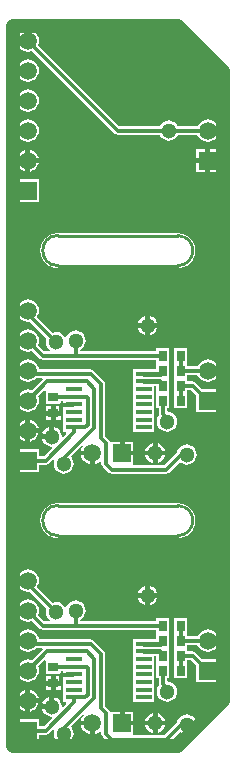
<source format=gtl>
%FSLAX25Y25*%
%MOIN*%
G70*
G01*
G75*
G04 Layer_Physical_Order=1*
G04 Layer_Color=255*
%ADD10R,0.02756X0.03543*%
%ADD11R,0.03543X0.03150*%
%ADD12R,0.05512X0.01772*%
%ADD13C,0.01181*%
%ADD14C,0.01500*%
%ADD15C,0.01000*%
%ADD16C,0.04724*%
%ADD17R,0.05906X0.05906*%
%ADD18C,0.05906*%
%ADD19R,0.05906X0.05906*%
%ADD20C,0.05118*%
G36*
X565000Y400000D02*
Y190000D01*
X556800Y181800D01*
X556366Y182073D01*
X556260Y182874D01*
X555923Y183688D01*
X555387Y184387D01*
X554688Y184923D01*
X553874Y185260D01*
X553000Y185375D01*
X552126Y185260D01*
X551312Y184923D01*
X550613Y184387D01*
X550077Y183688D01*
X549740Y182874D01*
X549717Y182704D01*
X545418Y178405D01*
X535591D01*
X535240Y178760D01*
Y181713D01*
X531500D01*
Y182500D01*
X530713D01*
Y186240D01*
X527760D01*
X527760Y186240D01*
Y186240D01*
D01*
X527320Y186428D01*
X527298Y186538D01*
X526994Y186994D01*
X525762Y188225D01*
Y205643D01*
X525655Y206181D01*
X525350Y206637D01*
X522037Y209950D01*
X521581Y210255D01*
X521043Y210362D01*
X518929D01*
Y210630D01*
X511842D01*
Y210405D01*
X503719D01*
X503644Y210976D01*
X503267Y211886D01*
X502668Y212667D01*
X501886Y213267D01*
X500976Y213644D01*
X500000Y213772D01*
X499024Y213644D01*
X498114Y213267D01*
X497332Y212667D01*
X496733Y211886D01*
X496356Y210976D01*
X496228Y210000D01*
X496356Y209024D01*
X496733Y208114D01*
X497332Y207332D01*
X498114Y206733D01*
X499024Y206356D01*
X500000Y206228D01*
X500976Y206356D01*
X501886Y206733D01*
X502668Y207332D01*
X502869Y207595D01*
X504901D01*
X505108Y207095D01*
X501458Y203445D01*
X500976Y203644D01*
X500000Y203772D01*
X499024Y203644D01*
X498114Y203267D01*
X497332Y202667D01*
X496733Y201886D01*
X496356Y200976D01*
X496228Y200000D01*
X496356Y199024D01*
X496733Y198114D01*
X497332Y197333D01*
X498114Y196733D01*
X499024Y196356D01*
X500000Y196228D01*
X500976Y196356D01*
X501886Y196733D01*
X502668Y197333D01*
X503267Y198114D01*
X503644Y199024D01*
X503772Y200000D01*
X503644Y200976D01*
X503444Y201458D01*
X505441Y203454D01*
X505941Y203247D01*
Y198894D01*
X511059D01*
Y199851D01*
X511842D01*
Y199606D01*
Y197047D01*
Y194488D01*
Y191929D01*
Y189370D01*
X512730D01*
X512921Y188908D01*
X511802Y187789D01*
X511727Y187827D01*
X511367Y188061D01*
X511260Y188874D01*
X510923Y189688D01*
X510387Y190387D01*
X509688Y190923D01*
X508874Y191260D01*
X508787Y191272D01*
Y188000D01*
X508000D01*
Y187213D01*
X504728D01*
X504740Y187126D01*
X505077Y186312D01*
X505613Y185613D01*
X506312Y185077D01*
X507126Y184740D01*
X507939Y184633D01*
X508173Y184273D01*
X508211Y184197D01*
X505418Y181405D01*
X503740D01*
Y183740D01*
X496260D01*
Y176260D01*
X503740D01*
Y178595D01*
X506000D01*
X506538Y178702D01*
X506993Y179007D01*
X508437Y180451D01*
X508861Y180167D01*
X508740Y179874D01*
X508625Y179000D01*
X508740Y178126D01*
X509077Y177312D01*
X509613Y176613D01*
X510312Y176077D01*
X511126Y175740D01*
X512000Y175625D01*
X512874Y175740D01*
X513688Y176077D01*
X514387Y176613D01*
X514923Y177312D01*
X515260Y178126D01*
X515375Y179000D01*
X515260Y179874D01*
X514923Y180688D01*
X514387Y181387D01*
X514386Y181399D01*
X518360Y185373D01*
X518737Y185043D01*
X518233Y184386D01*
X517856Y183476D01*
X517831Y183287D01*
X521500D01*
Y182500D01*
X522287D01*
Y178831D01*
X522476Y178856D01*
X523386Y179233D01*
X524095Y179777D01*
X524595Y179649D01*
Y179000D01*
X524702Y178462D01*
X525006Y178006D01*
X527006Y176006D01*
X527462Y175702D01*
X528000Y175595D01*
X546000D01*
X546538Y175702D01*
X546993Y176006D01*
X550601Y179614D01*
X550613Y179613D01*
X551312Y179077D01*
X552126Y178740D01*
X552927Y178634D01*
X553200Y178200D01*
X550000Y175000D01*
X495000D01*
Y415000D01*
X550000D01*
X565000Y400000D01*
D02*
G37*
%LPC*%
G36*
X543272Y224213D02*
X540787D01*
Y221728D01*
X540874Y221740D01*
X541688Y222077D01*
X542387Y222613D01*
X542923Y223312D01*
X543260Y224126D01*
X543272Y224213D01*
D02*
G37*
G36*
X539213Y228272D02*
X539126Y228260D01*
X538312Y227923D01*
X537613Y227387D01*
X537077Y226688D01*
X536740Y225874D01*
X536728Y225787D01*
X539213D01*
Y228272D01*
D02*
G37*
G36*
X540787D02*
Y225787D01*
X543272D01*
X543260Y225874D01*
X542923Y226688D01*
X542387Y227387D01*
X541688Y227923D01*
X540874Y228260D01*
X540787Y228272D01*
D02*
G37*
G36*
X539213Y224213D02*
X536728D01*
X536740Y224126D01*
X537077Y223312D01*
X537613Y222613D01*
X538312Y222077D01*
X539126Y221740D01*
X539213Y221728D01*
Y224213D01*
D02*
G37*
G36*
X553118Y217559D02*
X548787D01*
Y212559D01*
X548787D01*
Y207441D01*
Y202441D01*
Y197441D01*
X553118D01*
Y202441D01*
Y203595D01*
X554418D01*
X556260Y201753D01*
Y196260D01*
X563740D01*
Y203740D01*
X558247D01*
X555994Y205993D01*
X555538Y206298D01*
X555000Y206405D01*
X553118D01*
Y207441D01*
Y208595D01*
X556534D01*
X556733Y208114D01*
X557333Y207332D01*
X558114Y206733D01*
X559024Y206356D01*
X560000Y206228D01*
X560976Y206356D01*
X561886Y206733D01*
X562668Y207332D01*
X563267Y208114D01*
X563644Y209024D01*
X563772Y210000D01*
X563644Y210976D01*
X563267Y211886D01*
X562668Y212667D01*
X561886Y213267D01*
X560976Y213644D01*
X560000Y213772D01*
X559024Y213644D01*
X558114Y213267D01*
X557333Y212667D01*
X556733Y211886D01*
X556534Y211405D01*
X553118D01*
Y212441D01*
X553118D01*
Y217559D01*
D02*
G37*
G36*
X500000Y233772D02*
X499024Y233644D01*
X498114Y233267D01*
X497332Y232667D01*
X496733Y231886D01*
X496356Y230976D01*
X496228Y230000D01*
X496356Y229024D01*
X496733Y228114D01*
X497332Y227332D01*
X498114Y226733D01*
X499024Y226356D01*
X500000Y226228D01*
X500694Y226319D01*
X506357Y220656D01*
X506240Y220374D01*
X506125Y219500D01*
X506240Y218626D01*
X506577Y217812D01*
X507113Y217113D01*
X507385Y216905D01*
X507215Y216405D01*
X505582D01*
X503444Y218542D01*
X503644Y219024D01*
X503772Y220000D01*
X503644Y220976D01*
X503267Y221886D01*
X502668Y222668D01*
X501886Y223267D01*
X500976Y223644D01*
X500000Y223772D01*
X499024Y223644D01*
X498114Y223267D01*
X497332Y222668D01*
X496733Y221886D01*
X496356Y220976D01*
X496228Y220000D01*
X496356Y219024D01*
X496733Y218114D01*
X497332Y217333D01*
X498114Y216733D01*
X499024Y216356D01*
X500000Y216228D01*
X500976Y216356D01*
X501458Y216556D01*
X504006Y214007D01*
X504462Y213702D01*
X505000Y213595D01*
X542882D01*
Y212559D01*
X542882D01*
Y210524D01*
X542158D01*
Y210630D01*
X535071D01*
Y207283D01*
Y204724D01*
Y202165D01*
Y199606D01*
Y197047D01*
Y194488D01*
Y191929D01*
Y189370D01*
X542158D01*
Y191929D01*
Y194488D01*
Y197047D01*
Y199606D01*
Y202165D01*
Y204724D01*
Y204830D01*
X542882D01*
Y202441D01*
Y197441D01*
X543642D01*
Y195453D01*
X543749Y194915D01*
X543750Y194914D01*
X543577Y194688D01*
X543240Y193874D01*
X543125Y193000D01*
X543240Y192126D01*
X543577Y191312D01*
X544113Y190613D01*
X544812Y190077D01*
X545626Y189740D01*
X546500Y189625D01*
X547374Y189740D01*
X548188Y190077D01*
X548887Y190613D01*
X549423Y191312D01*
X549760Y192126D01*
X549875Y193000D01*
X549760Y193874D01*
X549423Y194688D01*
X548887Y195387D01*
X548188Y195923D01*
X547374Y196260D01*
X546500Y196375D01*
X546452Y196417D01*
Y197441D01*
X547213D01*
Y202441D01*
Y207441D01*
Y212441D01*
X547213D01*
Y217559D01*
X542882D01*
Y216405D01*
X517405D01*
Y216960D01*
X517688Y217077D01*
X518387Y217613D01*
X518923Y218312D01*
X519260Y219126D01*
X519375Y220000D01*
X519260Y220874D01*
X518923Y221688D01*
X518387Y222387D01*
X517688Y222923D01*
X516874Y223260D01*
X516000Y223375D01*
X515126Y223260D01*
X514312Y222923D01*
X513613Y222387D01*
X513077Y221688D01*
X512917Y221302D01*
X512681Y221247D01*
X512362Y221268D01*
X511887Y221887D01*
X511188Y222423D01*
X510374Y222760D01*
X509500Y222875D01*
X508626Y222760D01*
X508344Y222643D01*
X503096Y227891D01*
X503267Y228114D01*
X503644Y229024D01*
X503772Y230000D01*
X503644Y230976D01*
X503267Y231886D01*
X502668Y232667D01*
X501886Y233267D01*
X500976Y233644D01*
X500000Y233772D01*
D02*
G37*
G36*
X511059Y198106D02*
X509287D01*
Y196531D01*
X511059D01*
Y198106D01*
D02*
G37*
G36*
X535240Y276240D02*
X532287D01*
Y273287D01*
X535240D01*
Y276240D01*
D02*
G37*
G36*
X541713Y275772D02*
X541626Y275760D01*
X540812Y275423D01*
X540113Y274887D01*
X539577Y274188D01*
X539240Y273374D01*
X539228Y273287D01*
X541713D01*
Y275772D01*
D02*
G37*
G36*
X543287D02*
Y273287D01*
X545772D01*
X545760Y273374D01*
X545423Y274188D01*
X544887Y274887D01*
X544188Y275423D01*
X543374Y275760D01*
X543287Y275772D01*
D02*
G37*
G36*
X545772Y271713D02*
X543287D01*
Y269228D01*
X543374Y269240D01*
X544188Y269577D01*
X544887Y270113D01*
X545423Y270812D01*
X545760Y271626D01*
X545772Y271713D01*
D02*
G37*
G36*
X549999Y255846D02*
X510239Y255803D01*
X510208Y255819D01*
X510103Y255825D01*
X510000Y255846D01*
X509948Y255836D01*
X509895Y255839D01*
X508590Y255667D01*
X508491Y255633D01*
X508388Y255613D01*
X507171Y255109D01*
X507084Y255051D01*
X506990Y255004D01*
X505945Y254203D01*
X505876Y254124D01*
X505797Y254055D01*
X504996Y253010D01*
X504949Y252916D01*
X504891Y252829D01*
X504387Y251612D01*
X504366Y251509D01*
X504333Y251410D01*
X504161Y250105D01*
X504168Y250000D01*
X504161Y249895D01*
X504333Y248590D01*
X504366Y248491D01*
X504387Y248388D01*
X504891Y247171D01*
X504949Y247084D01*
X504996Y246990D01*
X505797Y245945D01*
X505876Y245876D01*
X505945Y245797D01*
X506990Y244996D01*
X507084Y244949D01*
X507171Y244891D01*
X508388Y244387D01*
X508491Y244367D01*
X508590Y244333D01*
X509895Y244161D01*
X509948Y244164D01*
X510001Y244154D01*
X549761Y244197D01*
X549792Y244181D01*
X549897Y244175D01*
X550000Y244154D01*
X550052Y244164D01*
X550105Y244161D01*
X551410Y244333D01*
X551510Y244367D01*
X551613Y244387D01*
X552829Y244891D01*
X552916Y244949D01*
X553010Y244996D01*
X554055Y245797D01*
X554124Y245876D01*
X554203Y245945D01*
X555004Y246990D01*
X555051Y247084D01*
X555109Y247171D01*
X555613Y248388D01*
X555633Y248491D01*
X555667Y248590D01*
X555839Y249895D01*
X555832Y250000D01*
X555839Y250105D01*
X555667Y251410D01*
X555633Y251509D01*
X555613Y251612D01*
X555109Y252829D01*
X555051Y252916D01*
X555004Y253010D01*
X554203Y254055D01*
X554124Y254124D01*
X554055Y254203D01*
X553010Y255004D01*
X552916Y255051D01*
X552829Y255109D01*
X551613Y255613D01*
X551510Y255633D01*
X551410Y255667D01*
X550105Y255839D01*
X550051Y255836D01*
X549999Y255846D01*
D02*
G37*
G36*
X520713Y271713D02*
X517831D01*
X517856Y271524D01*
X518233Y270614D01*
X518832Y269832D01*
X519614Y269233D01*
X520524Y268856D01*
X520713Y268831D01*
Y271713D01*
D02*
G37*
G36*
X541713D02*
X539228D01*
X539240Y271626D01*
X539577Y270812D01*
X540113Y270113D01*
X540812Y269577D01*
X541626Y269240D01*
X541713Y269228D01*
Y271713D01*
D02*
G37*
G36*
Y185772D02*
X541626Y185760D01*
X540812Y185423D01*
X540113Y184887D01*
X539577Y184188D01*
X539240Y183374D01*
X539228Y183287D01*
X541713D01*
Y185772D01*
D02*
G37*
G36*
X543287D02*
Y183287D01*
X545772D01*
X545760Y183374D01*
X545423Y184188D01*
X544887Y184887D01*
X544188Y185423D01*
X543374Y185760D01*
X543287Y185772D01*
D02*
G37*
G36*
X499213Y189213D02*
X496331D01*
X496356Y189024D01*
X496733Y188114D01*
X497332Y187332D01*
X498114Y186733D01*
X499024Y186356D01*
X499213Y186331D01*
Y189213D01*
D02*
G37*
G36*
X535240Y186240D02*
X532287D01*
Y183287D01*
X535240D01*
Y186240D01*
D02*
G37*
G36*
X520713Y181713D02*
X517831D01*
X517856Y181524D01*
X518233Y180614D01*
X518832Y179832D01*
X519614Y179233D01*
X520524Y178856D01*
X520713Y178831D01*
Y181713D01*
D02*
G37*
G36*
X541713D02*
X539228D01*
X539240Y181626D01*
X539577Y180812D01*
X540113Y180113D01*
X540812Y179577D01*
X541626Y179240D01*
X541713Y179228D01*
Y181713D01*
D02*
G37*
G36*
X545772D02*
X543287D01*
Y179228D01*
X543374Y179240D01*
X544188Y179577D01*
X544887Y180113D01*
X545423Y180812D01*
X545760Y181626D01*
X545772Y181713D01*
D02*
G37*
G36*
X507713Y194957D02*
X505941D01*
Y193382D01*
X507713D01*
Y194957D01*
D02*
G37*
G36*
X511059D02*
X509287D01*
Y193382D01*
X511059D01*
Y194957D01*
D02*
G37*
G36*
X507713Y198106D02*
X505941D01*
Y196531D01*
X507713D01*
Y198106D01*
D02*
G37*
G36*
X500787Y193669D02*
Y190787D01*
X503669D01*
X503644Y190976D01*
X503267Y191886D01*
X502668Y192667D01*
X501886Y193267D01*
X500976Y193644D01*
X500787Y193669D01*
D02*
G37*
G36*
X503669Y189213D02*
X500787D01*
Y186331D01*
X500976Y186356D01*
X501886Y186733D01*
X502668Y187332D01*
X503267Y188114D01*
X503644Y189024D01*
X503669Y189213D01*
D02*
G37*
G36*
X507213Y191272D02*
X507126Y191260D01*
X506312Y190923D01*
X505613Y190387D01*
X505077Y189688D01*
X504740Y188874D01*
X504728Y188787D01*
X507213D01*
Y191272D01*
D02*
G37*
G36*
X499213Y193669D02*
X499024Y193644D01*
X498114Y193267D01*
X497332Y192667D01*
X496733Y191886D01*
X496356Y190976D01*
X496331Y190787D01*
X499213D01*
Y193669D01*
D02*
G37*
G36*
Y279213D02*
X496331D01*
X496356Y279024D01*
X496733Y278114D01*
X497332Y277332D01*
X498114Y276733D01*
X499024Y276356D01*
X499213Y276331D01*
Y279213D01*
D02*
G37*
G36*
Y369213D02*
X496331D01*
X496356Y369024D01*
X496733Y368114D01*
X497332Y367333D01*
X498114Y366733D01*
X499024Y366356D01*
X499213Y366331D01*
Y369213D01*
D02*
G37*
G36*
X503669D02*
X500787D01*
Y366331D01*
X500976Y366356D01*
X501886Y366733D01*
X502668Y367333D01*
X503267Y368114D01*
X503644Y369024D01*
X503669Y369213D01*
D02*
G37*
G36*
X499213Y373669D02*
X499024Y373644D01*
X498114Y373267D01*
X497332Y372668D01*
X496733Y371886D01*
X496356Y370976D01*
X496331Y370787D01*
X499213D01*
Y373669D01*
D02*
G37*
G36*
X563740Y369213D02*
X560787D01*
Y366260D01*
X563740D01*
Y369213D01*
D02*
G37*
G36*
X549999Y345846D02*
X510239Y345803D01*
X510208Y345819D01*
X510103Y345826D01*
X510000Y345846D01*
X509948Y345836D01*
X509895Y345839D01*
X508590Y345667D01*
X508491Y345634D01*
X508388Y345613D01*
X507171Y345109D01*
X507084Y345051D01*
X506990Y345004D01*
X505945Y344203D01*
X505876Y344124D01*
X505797Y344055D01*
X504996Y343010D01*
X504949Y342916D01*
X504891Y342829D01*
X504387Y341613D01*
X504366Y341510D01*
X504333Y341410D01*
X504161Y340105D01*
X504168Y340000D01*
X504161Y339895D01*
X504333Y338590D01*
X504366Y338491D01*
X504387Y338387D01*
X504891Y337171D01*
X504949Y337084D01*
X504996Y336990D01*
X505797Y335945D01*
X505876Y335876D01*
X505945Y335797D01*
X506990Y334996D01*
X507084Y334949D01*
X507171Y334891D01*
X508388Y334387D01*
X508491Y334366D01*
X508590Y334333D01*
X509895Y334161D01*
X509948Y334164D01*
X510001Y334154D01*
X549761Y334197D01*
X549792Y334181D01*
X549897Y334174D01*
X550000Y334154D01*
X550052Y334164D01*
X550105Y334161D01*
X551410Y334333D01*
X551510Y334366D01*
X551613Y334387D01*
X552829Y334891D01*
X552916Y334949D01*
X553010Y334996D01*
X554055Y335797D01*
X554124Y335876D01*
X554203Y335945D01*
X555004Y336990D01*
X555051Y337084D01*
X555109Y337171D01*
X555613Y338387D01*
X555633Y338491D01*
X555667Y338590D01*
X555839Y339895D01*
X555832Y340000D01*
X555839Y340105D01*
X555667Y341410D01*
X555633Y341510D01*
X555613Y341613D01*
X555109Y342829D01*
X555051Y342916D01*
X555004Y343010D01*
X554203Y344055D01*
X554124Y344124D01*
X554055Y344203D01*
X553010Y345004D01*
X552916Y345051D01*
X552829Y345109D01*
X551613Y345613D01*
X551510Y345634D01*
X551410Y345667D01*
X550105Y345839D01*
X550051Y345836D01*
X549999Y345846D01*
D02*
G37*
G36*
X503740Y363740D02*
X496260D01*
Y356260D01*
X503740D01*
Y363740D01*
D02*
G37*
G36*
X559213Y369213D02*
X556260D01*
Y366260D01*
X559213D01*
Y369213D01*
D02*
G37*
G36*
X500000Y413772D02*
X499024Y413644D01*
X498114Y413267D01*
X497332Y412668D01*
X496733Y411886D01*
X496356Y410976D01*
X496228Y410000D01*
X496356Y409024D01*
X496733Y408114D01*
X497332Y407333D01*
X498114Y406733D01*
X499024Y406356D01*
X500000Y406228D01*
X500976Y406356D01*
X501458Y406556D01*
X529006Y379007D01*
X529462Y378702D01*
X530000Y378595D01*
X543960D01*
X544077Y378312D01*
X544613Y377613D01*
X545312Y377077D01*
X546126Y376740D01*
X547000Y376625D01*
X547874Y376740D01*
X548688Y377077D01*
X549387Y377613D01*
X549923Y378312D01*
X550040Y378595D01*
X556534D01*
X556733Y378114D01*
X557333Y377332D01*
X558114Y376733D01*
X559024Y376356D01*
X560000Y376228D01*
X560976Y376356D01*
X561886Y376733D01*
X562668Y377332D01*
X563267Y378114D01*
X563644Y379024D01*
X563772Y380000D01*
X563644Y380976D01*
X563267Y381886D01*
X562668Y382667D01*
X561886Y383267D01*
X560976Y383644D01*
X560000Y383772D01*
X559024Y383644D01*
X558114Y383267D01*
X557333Y382667D01*
X556733Y381886D01*
X556534Y381405D01*
X550040D01*
X549923Y381688D01*
X549387Y382387D01*
X548688Y382923D01*
X547874Y383260D01*
X547000Y383375D01*
X546126Y383260D01*
X545312Y382923D01*
X544613Y382387D01*
X544077Y381688D01*
X543960Y381405D01*
X530582D01*
X503444Y408542D01*
X503644Y409024D01*
X503772Y410000D01*
X503644Y410976D01*
X503267Y411886D01*
X502668Y412668D01*
X501886Y413267D01*
X500976Y413644D01*
X500000Y413772D01*
D02*
G37*
G36*
Y393772D02*
X499024Y393644D01*
X498114Y393267D01*
X497332Y392668D01*
X496733Y391886D01*
X496356Y390976D01*
X496228Y390000D01*
X496356Y389024D01*
X496733Y388114D01*
X497332Y387333D01*
X498114Y386733D01*
X499024Y386356D01*
X500000Y386228D01*
X500976Y386356D01*
X501886Y386733D01*
X502668Y387333D01*
X503267Y388114D01*
X503644Y389024D01*
X503772Y390000D01*
X503644Y390976D01*
X503267Y391886D01*
X502668Y392668D01*
X501886Y393267D01*
X500976Y393644D01*
X500000Y393772D01*
D02*
G37*
G36*
Y403772D02*
X499024Y403644D01*
X498114Y403267D01*
X497332Y402668D01*
X496733Y401886D01*
X496356Y400976D01*
X496228Y400000D01*
X496356Y399024D01*
X496733Y398114D01*
X497332Y397333D01*
X498114Y396733D01*
X499024Y396356D01*
X500000Y396228D01*
X500976Y396356D01*
X501886Y396733D01*
X502668Y397333D01*
X503267Y398114D01*
X503644Y399024D01*
X503772Y400000D01*
X503644Y400976D01*
X503267Y401886D01*
X502668Y402668D01*
X501886Y403267D01*
X500976Y403644D01*
X500000Y403772D01*
D02*
G37*
G36*
Y383772D02*
X499024Y383644D01*
X498114Y383267D01*
X497332Y382667D01*
X496733Y381886D01*
X496356Y380976D01*
X496228Y380000D01*
X496356Y379024D01*
X496733Y378114D01*
X497332Y377332D01*
X498114Y376733D01*
X499024Y376356D01*
X500000Y376228D01*
X500976Y376356D01*
X501886Y376733D01*
X502668Y377332D01*
X503267Y378114D01*
X503644Y379024D01*
X503772Y380000D01*
X503644Y380976D01*
X503267Y381886D01*
X502668Y382667D01*
X501886Y383267D01*
X500976Y383644D01*
X500000Y383772D01*
D02*
G37*
G36*
X500787Y373669D02*
Y370787D01*
X503669D01*
X503644Y370976D01*
X503267Y371886D01*
X502668Y372668D01*
X501886Y373267D01*
X500976Y373644D01*
X500787Y373669D01*
D02*
G37*
G36*
X559213Y373740D02*
X556260D01*
Y370787D01*
X559213D01*
Y373740D01*
D02*
G37*
G36*
X563740D02*
X560787D01*
Y370787D01*
X563740D01*
Y373740D01*
D02*
G37*
G36*
X540787Y318272D02*
Y315787D01*
X543272D01*
X543260Y315874D01*
X542923Y316688D01*
X542387Y317387D01*
X541688Y317923D01*
X540874Y318260D01*
X540787Y318272D01*
D02*
G37*
G36*
X507713Y284957D02*
X505941D01*
Y283382D01*
X507713D01*
Y284957D01*
D02*
G37*
G36*
X511059D02*
X509287D01*
Y283382D01*
X511059D01*
Y284957D01*
D02*
G37*
G36*
X507713Y288106D02*
X505941D01*
Y286531D01*
X507713D01*
Y288106D01*
D02*
G37*
G36*
X500787Y283669D02*
Y280787D01*
X503669D01*
X503644Y280976D01*
X503267Y281886D01*
X502668Y282667D01*
X501886Y283267D01*
X500976Y283644D01*
X500787Y283669D01*
D02*
G37*
G36*
X503669Y279213D02*
X500787D01*
Y276331D01*
X500976Y276356D01*
X501886Y276733D01*
X502668Y277332D01*
X503267Y278114D01*
X503644Y279024D01*
X503669Y279213D01*
D02*
G37*
G36*
X507213Y281272D02*
X507126Y281260D01*
X506312Y280923D01*
X505613Y280387D01*
X505077Y279688D01*
X504740Y278874D01*
X504728Y278787D01*
X507213D01*
Y281272D01*
D02*
G37*
G36*
X499213Y283669D02*
X499024Y283644D01*
X498114Y283267D01*
X497332Y282667D01*
X496733Y281886D01*
X496356Y280976D01*
X496331Y280787D01*
X499213D01*
Y283669D01*
D02*
G37*
G36*
X539213Y314213D02*
X536728D01*
X536740Y314126D01*
X537077Y313312D01*
X537613Y312613D01*
X538312Y312077D01*
X539126Y311740D01*
X539213Y311728D01*
Y314213D01*
D02*
G37*
G36*
X543272D02*
X540787D01*
Y311728D01*
X540874Y311740D01*
X541688Y312077D01*
X542387Y312613D01*
X542923Y313312D01*
X543260Y314126D01*
X543272Y314213D01*
D02*
G37*
G36*
X539213Y318272D02*
X539126Y318260D01*
X538312Y317923D01*
X537613Y317387D01*
X537077Y316688D01*
X536740Y315874D01*
X536728Y315787D01*
X539213D01*
Y318272D01*
D02*
G37*
G36*
X500000Y323772D02*
X499024Y323644D01*
X498114Y323267D01*
X497332Y322668D01*
X496733Y321886D01*
X496356Y320976D01*
X496228Y320000D01*
X496356Y319024D01*
X496733Y318114D01*
X497332Y317333D01*
X498114Y316733D01*
X499024Y316356D01*
X500000Y316228D01*
X500694Y316319D01*
X506357Y310656D01*
X506240Y310374D01*
X506125Y309500D01*
X506240Y308626D01*
X506577Y307812D01*
X507113Y307113D01*
X507385Y306905D01*
X507215Y306405D01*
X505582D01*
X503444Y308542D01*
X503644Y309024D01*
X503772Y310000D01*
X503644Y310976D01*
X503267Y311886D01*
X502668Y312667D01*
X501886Y313267D01*
X500976Y313644D01*
X500000Y313772D01*
X499024Y313644D01*
X498114Y313267D01*
X497332Y312667D01*
X496733Y311886D01*
X496356Y310976D01*
X496228Y310000D01*
X496356Y309024D01*
X496733Y308114D01*
X497332Y307332D01*
X498114Y306733D01*
X499024Y306356D01*
X500000Y306228D01*
X500976Y306356D01*
X501458Y306556D01*
X504006Y304007D01*
X504462Y303702D01*
X505000Y303595D01*
X542882D01*
Y302559D01*
X542882D01*
Y300524D01*
X542158D01*
Y300630D01*
X535071D01*
Y297284D01*
Y294724D01*
Y292165D01*
Y289606D01*
Y287047D01*
Y284488D01*
Y281929D01*
Y279370D01*
X542158D01*
Y281929D01*
Y284488D01*
Y287047D01*
Y289606D01*
Y292165D01*
Y294724D01*
Y294830D01*
X542882D01*
Y292441D01*
Y287441D01*
X543642D01*
Y285453D01*
X543749Y284915D01*
X543750Y284914D01*
X543577Y284688D01*
X543240Y283874D01*
X543125Y283000D01*
X543240Y282126D01*
X543577Y281312D01*
X544113Y280613D01*
X544812Y280077D01*
X545626Y279740D01*
X546500Y279625D01*
X547374Y279740D01*
X548188Y280077D01*
X548887Y280613D01*
X549423Y281312D01*
X549760Y282126D01*
X549875Y283000D01*
X549760Y283874D01*
X549423Y284688D01*
X548887Y285387D01*
X548188Y285923D01*
X547374Y286260D01*
X546500Y286375D01*
X546452Y286417D01*
Y287441D01*
X547213D01*
Y292441D01*
Y297441D01*
Y302441D01*
X547213D01*
Y307559D01*
X542882D01*
Y306405D01*
X517405D01*
Y306960D01*
X517688Y307077D01*
X518387Y307613D01*
X518923Y308312D01*
X519260Y309126D01*
X519375Y310000D01*
X519260Y310874D01*
X518923Y311688D01*
X518387Y312387D01*
X517688Y312923D01*
X516874Y313260D01*
X516000Y313375D01*
X515126Y313260D01*
X514312Y312923D01*
X513613Y312387D01*
X513077Y311688D01*
X512917Y311302D01*
X512681Y311247D01*
X512362Y311268D01*
X511887Y311887D01*
X511188Y312423D01*
X510374Y312760D01*
X509500Y312875D01*
X508626Y312760D01*
X508344Y312643D01*
X503096Y317891D01*
X503267Y318114D01*
X503644Y319024D01*
X503772Y320000D01*
X503644Y320976D01*
X503267Y321886D01*
X502668Y322668D01*
X501886Y323267D01*
X500976Y323644D01*
X500000Y323772D01*
D02*
G37*
G36*
X511059Y288106D02*
X509287D01*
Y286531D01*
X511059D01*
Y288106D01*
D02*
G37*
G36*
X500000Y303772D02*
X499024Y303644D01*
X498114Y303267D01*
X497332Y302667D01*
X496733Y301886D01*
X496356Y300976D01*
X496228Y300000D01*
X496356Y299024D01*
X496733Y298114D01*
X497332Y297333D01*
X498114Y296733D01*
X499024Y296356D01*
X500000Y296228D01*
X500976Y296356D01*
X501886Y296733D01*
X502668Y297333D01*
X502869Y297595D01*
X504901D01*
X505108Y297095D01*
X501458Y293444D01*
X500976Y293644D01*
X500000Y293772D01*
X499024Y293644D01*
X498114Y293267D01*
X497332Y292668D01*
X496733Y291886D01*
X496356Y290976D01*
X496228Y290000D01*
X496356Y289024D01*
X496733Y288114D01*
X497332Y287333D01*
X498114Y286733D01*
X499024Y286356D01*
X500000Y286228D01*
X500976Y286356D01*
X501886Y286733D01*
X502668Y287333D01*
X503267Y288114D01*
X503644Y289024D01*
X503772Y290000D01*
X503644Y290976D01*
X503444Y291458D01*
X505441Y293454D01*
X505941Y293247D01*
Y288894D01*
X511059D01*
Y289851D01*
X511842D01*
Y289606D01*
Y287047D01*
Y284488D01*
Y281929D01*
Y279370D01*
X512730D01*
X512921Y278908D01*
X511802Y277789D01*
X511727Y277827D01*
X511367Y278061D01*
X511260Y278874D01*
X510923Y279688D01*
X510387Y280387D01*
X509688Y280923D01*
X508874Y281260D01*
X508787Y281272D01*
Y278000D01*
X508000D01*
Y277213D01*
X504728D01*
X504740Y277126D01*
X505077Y276312D01*
X505613Y275613D01*
X506312Y275077D01*
X507126Y274740D01*
X507939Y274633D01*
X508173Y274273D01*
X508211Y274198D01*
X505418Y271405D01*
X503740D01*
Y273740D01*
X496260D01*
Y266260D01*
X503740D01*
Y268595D01*
X506000D01*
X506538Y268702D01*
X506993Y269007D01*
X508437Y270451D01*
X508861Y270167D01*
X508740Y269874D01*
X508625Y269000D01*
X508740Y268126D01*
X509077Y267312D01*
X509613Y266613D01*
X510312Y266077D01*
X511126Y265740D01*
X512000Y265625D01*
X512874Y265740D01*
X513688Y266077D01*
X514387Y266613D01*
X514923Y267312D01*
X515260Y268126D01*
X515375Y269000D01*
X515260Y269874D01*
X514923Y270688D01*
X514387Y271387D01*
X514386Y271399D01*
X518272Y275286D01*
X518295Y275289D01*
X518544Y275008D01*
X518610Y274877D01*
X518233Y274386D01*
X517856Y273476D01*
X517831Y273287D01*
X521500D01*
Y272500D01*
X522287D01*
Y268831D01*
X522476Y268856D01*
X523386Y269233D01*
X524095Y269777D01*
X524595Y269649D01*
Y269000D01*
X524702Y268462D01*
X525006Y268007D01*
X527006Y266007D01*
X527462Y265702D01*
X528000Y265595D01*
X546000D01*
X546538Y265702D01*
X546993Y266007D01*
X550601Y269614D01*
X550613Y269613D01*
X551312Y269077D01*
X552126Y268740D01*
X553000Y268625D01*
X553874Y268740D01*
X554688Y269077D01*
X555387Y269613D01*
X555923Y270312D01*
X556260Y271126D01*
X556375Y272000D01*
X556260Y272874D01*
X555923Y273688D01*
X555387Y274387D01*
X554688Y274923D01*
X553874Y275260D01*
X553000Y275375D01*
X552126Y275260D01*
X551312Y274923D01*
X550613Y274387D01*
X550077Y273688D01*
X549740Y272874D01*
X549717Y272704D01*
X545418Y268405D01*
X535591D01*
X535240Y268760D01*
Y271713D01*
X531500D01*
Y272500D01*
X530713D01*
Y276240D01*
X527760D01*
X527760Y276240D01*
Y276240D01*
D01*
X527320Y276428D01*
X527298Y276538D01*
X526994Y276993D01*
X525762Y278225D01*
Y295643D01*
X525655Y296181D01*
X525350Y296637D01*
X522037Y299950D01*
X521581Y300255D01*
X521043Y300362D01*
X518929D01*
Y300630D01*
X511842D01*
Y300405D01*
X503719D01*
X503644Y300976D01*
X503267Y301886D01*
X502668Y302667D01*
X501886Y303267D01*
X500976Y303644D01*
X500000Y303772D01*
D02*
G37*
G36*
X553118Y307559D02*
X548787D01*
Y302559D01*
X548787D01*
Y297441D01*
Y292441D01*
Y287441D01*
X553118D01*
Y292441D01*
Y293595D01*
X554418D01*
X556260Y291753D01*
Y286260D01*
X563740D01*
Y293740D01*
X558247D01*
X555994Y295993D01*
X555538Y296298D01*
X555000Y296405D01*
X553118D01*
Y297441D01*
Y298595D01*
X556534D01*
X556733Y298114D01*
X557333Y297333D01*
X558114Y296733D01*
X559024Y296356D01*
X560000Y296228D01*
X560976Y296356D01*
X561886Y296733D01*
X562668Y297333D01*
X563267Y298114D01*
X563644Y299024D01*
X563772Y300000D01*
X563644Y300976D01*
X563267Y301886D01*
X562668Y302667D01*
X561886Y303267D01*
X560976Y303644D01*
X560000Y303772D01*
X559024Y303644D01*
X558114Y303267D01*
X557333Y302667D01*
X556733Y301886D01*
X556534Y301405D01*
X553118D01*
Y302441D01*
X553118D01*
Y307559D01*
D02*
G37*
%LPD*%
D10*
X545047Y215000D02*
D03*
X550953D02*
D03*
X545047Y305000D02*
D03*
X550953D02*
D03*
X550953Y200000D02*
D03*
X545047D02*
D03*
X550953Y205000D02*
D03*
X545047D02*
D03*
X550953Y210000D02*
D03*
X545047D02*
D03*
X550953Y290000D02*
D03*
X545047D02*
D03*
X550953Y295000D02*
D03*
X545047D02*
D03*
X550953Y300000D02*
D03*
X545047D02*
D03*
D11*
X508500Y285744D02*
D03*
Y291256D02*
D03*
Y195744D02*
D03*
Y201256D02*
D03*
D12*
X538614Y281043D02*
D03*
Y283602D02*
D03*
Y286161D02*
D03*
Y288720D02*
D03*
Y291280D02*
D03*
Y293839D02*
D03*
Y296398D02*
D03*
Y298957D02*
D03*
X515386Y281043D02*
D03*
Y283602D02*
D03*
Y286161D02*
D03*
Y288720D02*
D03*
Y291280D02*
D03*
Y293839D02*
D03*
Y296398D02*
D03*
Y298957D02*
D03*
X538614Y191043D02*
D03*
Y193602D02*
D03*
Y196161D02*
D03*
Y198721D02*
D03*
Y201279D02*
D03*
Y203839D02*
D03*
Y206398D02*
D03*
Y208957D02*
D03*
X515386Y191043D02*
D03*
Y193602D02*
D03*
Y196161D02*
D03*
Y198721D02*
D03*
Y201279D02*
D03*
Y203839D02*
D03*
Y206398D02*
D03*
Y208957D02*
D03*
D13*
X500000Y179000D02*
X501000Y180000D01*
X503516Y190000D02*
X505516Y188000D01*
X508000D01*
X500000Y190000D02*
X503516D01*
X500000Y199000D02*
Y200000D01*
X531500Y182500D02*
X542500D01*
X545047Y195453D02*
X546500Y194000D01*
X545047Y195453D02*
Y200000D01*
X546500Y193000D02*
Y194000D01*
X500000Y229000D02*
X509500Y219500D01*
X555000Y205000D02*
X560000Y200000D01*
X550953Y200000D02*
Y205000D01*
X555000D01*
X550953Y210000D02*
X560000D01*
X516000Y215000D02*
Y220000D01*
Y215000D02*
X545047D01*
X500000Y219000D02*
X501000D01*
X505000Y215000D02*
X516000D01*
X501000Y219000D02*
X505000Y215000D01*
X550953Y210000D02*
Y215000D01*
X550953Y210000D02*
X550953Y210000D01*
X515386Y189386D02*
Y191043D01*
X506000Y180000D02*
X515386Y189386D01*
X501000Y180000D02*
X506000D01*
X515091Y198425D02*
X515386Y198721D01*
X511252Y198425D02*
X515091D01*
X511252Y195744D02*
Y198425D01*
X508500Y195744D02*
X511252D01*
X519721Y201279D02*
X520031Y200969D01*
Y191815D02*
Y200969D01*
X515386Y201279D02*
X519721D01*
X519259Y191043D02*
X520031Y191815D01*
X515386Y191043D02*
X519259D01*
X515362Y201256D02*
X515386Y201279D01*
X508500Y201256D02*
X515362D01*
X515386Y206398D02*
X519602D01*
X522000Y204000D01*
Y191000D02*
Y204000D01*
X512000Y181000D02*
X522000Y191000D01*
X512000Y179000D02*
Y181000D01*
X500000Y200000D02*
X506398Y206398D01*
X515386D01*
X551000Y182000D02*
X553000D01*
X524357Y187643D02*
Y205643D01*
X526000Y179000D02*
Y186000D01*
X546000Y177000D02*
X551000Y182000D01*
X528000Y177000D02*
X546000D01*
X526000Y179000D02*
X528000Y177000D01*
X515386Y208957D02*
X521043D01*
X500000Y209000D02*
X515343D01*
X521043Y208957D02*
X524357Y205643D01*
Y187643D02*
X526000Y186000D01*
X500000Y299000D02*
X515343D01*
X551000Y272000D02*
X553000D01*
X546000Y267000D02*
X551000Y272000D01*
X528000Y267000D02*
X546000D01*
X526000Y269000D02*
X528000Y267000D01*
X526000Y269000D02*
Y276000D01*
X524357Y277643D02*
X526000Y276000D01*
X524357Y277643D02*
Y295643D01*
X521043Y298957D02*
X524357Y295643D01*
X515386Y298957D02*
X521043D01*
X519721Y291280D02*
X520031Y290968D01*
Y281815D02*
Y290968D01*
X519259Y281043D02*
X520031Y281815D01*
X519602Y296398D02*
X522000Y294000D01*
Y281000D02*
Y294000D01*
X512000Y271000D02*
X522000Y281000D01*
X515386Y281043D02*
X519259D01*
X512000Y269000D02*
Y271000D01*
X515386Y296398D02*
X519602D01*
X505516Y278000D02*
X508000D01*
X503516Y280000D02*
X505516Y278000D01*
X500000Y280000D02*
X503516D01*
X547000Y380000D02*
X560000D01*
X530000D02*
X547000D01*
X516000Y305000D02*
X545047D01*
X505000D02*
X516000D01*
Y310000D01*
X500000Y269000D02*
X501000Y270000D01*
X500000Y289000D02*
Y290000D01*
X531500Y272500D02*
X542500D01*
X545047Y285453D02*
X546500Y284000D01*
X545047Y285453D02*
Y290000D01*
X546500Y283000D02*
Y284000D01*
X500000Y319000D02*
X509500Y309500D01*
X555000Y295000D02*
X560000Y290000D01*
X550953Y290000D02*
Y295000D01*
X555000D01*
X550953Y300000D02*
X560000D01*
X501000Y309000D02*
X505000Y305000D01*
X500000Y309000D02*
X501000D01*
X550953Y300000D02*
Y305000D01*
X550953Y300000D02*
X550953Y300000D01*
X515386Y279386D02*
Y281043D01*
X506000Y270000D02*
X515386Y279386D01*
X501000Y270000D02*
X506000D01*
X511252Y288425D02*
X515091D01*
X515386Y288720D01*
X508500Y285744D02*
X511252D01*
Y288425D01*
X515386Y291280D02*
X519721D01*
X515362Y291256D02*
X515386Y291280D01*
X508500Y291256D02*
X515362D01*
X506398Y296398D02*
X515386D01*
X500000Y290000D02*
X506398Y296398D01*
X500000Y410000D02*
X530000Y380000D01*
D14*
X538614Y206398D02*
X543650D01*
X538614Y208957D02*
X544004D01*
X538614Y296398D02*
X543650D01*
X538614Y298957D02*
X544004D01*
D15*
X510000Y255000D02*
G03*
X510000Y245000I0J-5000D01*
G01*
X550000D02*
G03*
X550000Y255000I0J5000D01*
G01*
Y335000D02*
G03*
X550000Y345000I0J5000D01*
G01*
X510000D02*
G03*
X510000Y335000I0J-5000D01*
G01*
Y255000D02*
X550000D01*
X510000Y245000D02*
X550000D01*
X510000Y335000D02*
X550000D01*
X510000Y345000D02*
X550000D01*
D16*
X495000Y175000D02*
Y415000D01*
Y175000D02*
X550000D01*
X565000Y190000D01*
Y400000D01*
X550000Y415000D02*
X565000Y400000D01*
X495000Y415000D02*
X550000D01*
D17*
X560000Y200000D02*
D03*
X500000Y180000D02*
D03*
X560000Y290000D02*
D03*
X500000Y270000D02*
D03*
X560000Y370000D02*
D03*
X500000Y360000D02*
D03*
D18*
X560000Y210000D02*
D03*
X500000Y190000D02*
D03*
Y200000D02*
D03*
Y210000D02*
D03*
Y220000D02*
D03*
Y230000D02*
D03*
X521500Y182500D02*
D03*
X560000Y300000D02*
D03*
X500000Y280000D02*
D03*
Y290000D02*
D03*
Y300000D02*
D03*
Y310000D02*
D03*
Y320000D02*
D03*
X521500Y272500D02*
D03*
X560000Y380000D02*
D03*
X500000Y370000D02*
D03*
Y380000D02*
D03*
Y390000D02*
D03*
Y400000D02*
D03*
Y410000D02*
D03*
D19*
X531500Y182500D02*
D03*
Y272500D02*
D03*
D20*
X508000Y188000D02*
D03*
X542500Y182500D02*
D03*
X540000Y225000D02*
D03*
X546500Y193000D02*
D03*
X509500Y219500D02*
D03*
X516000Y220000D02*
D03*
X512000Y179000D02*
D03*
X553000Y182000D02*
D03*
Y272000D02*
D03*
X512000Y269000D02*
D03*
X547000Y380000D02*
D03*
X516000Y310000D02*
D03*
X508000Y278000D02*
D03*
X542500Y272500D02*
D03*
X540000Y315000D02*
D03*
X546500Y283000D02*
D03*
X509500Y309500D02*
D03*
M02*

</source>
